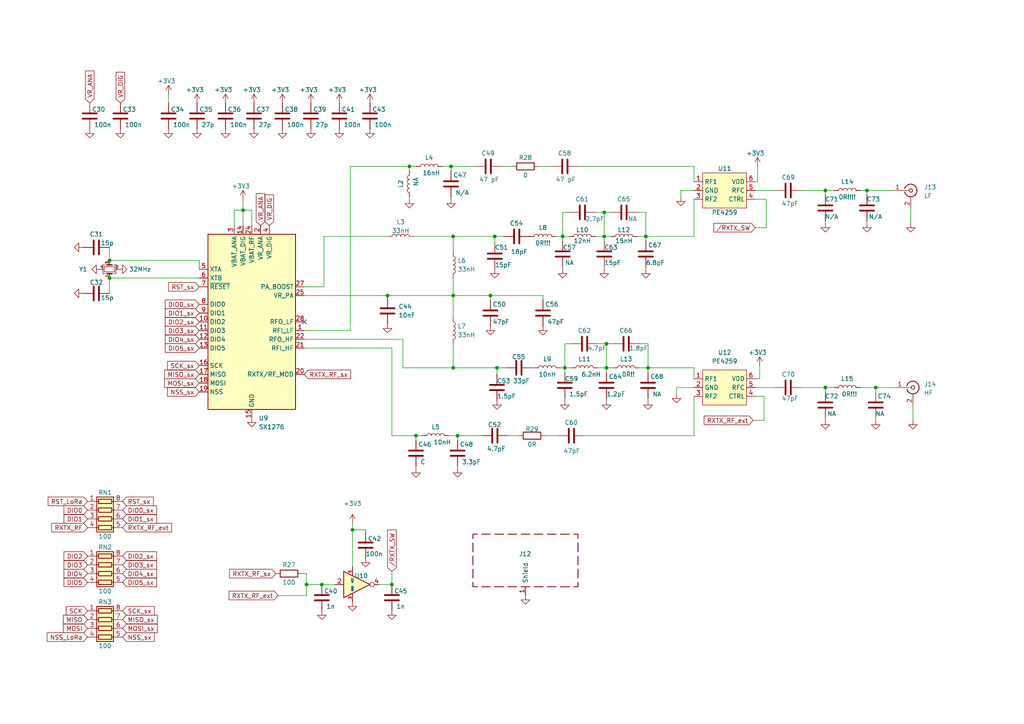
<source format=kicad_sch>
(kicad_sch (version 20211123) (generator eeschema)
  (paper "A4")
  (lib_symbols
    (symbol "74xGxx:NC7SVU04P5X"
      (property "Reference" "U" (at -2.54 5.08 0))
      (property "Value" "NC7SVU04P5X" (at 7.62 5.08 0))
      (symbol "NC7SVU04P5X_0_1"
        (polyline (pts (xy -2.54 3.81) (xy -2.54 -3.81) (xy 5.08 0) (xy -2.54 3.81)) (stroke (width 0.254)) (fill (type background)))
        (circle (center 5.715 0) (radius 0.635))
      )
      (symbol "NC7SVU04P5X_1_1"
        (pin no_connect line (at 5.08 0 180) (length 2.54) hide (name "NC") (number "1"))
        (pin input line (at -5.08 0 0) (length 2.54) (name "~") (number "2"))
        (pin power_in line (at 0 -5.08 90) (length 2.54) (name "GND") (number "3"))
        (pin output line (at 7.62 0 180) (length 1.27) (name "~") (number "4"))
        (pin power_in line (at 0 5.08 270) (length 2.54) (name "VCC") (number "5"))
      )
    )
    (symbol "Connector:Conn_Coaxial" (pin_names (offset 1.016) hide)
      (property "Reference" "J" (at 0.254 3.048 0))
      (property "Value" "Conn_Coaxial" (at 2.921 0 90))
      (symbol "Conn_Coaxial_0_1"
        (arc (start -1.778 -0.508) (mid 0.222 -1.808) (end 1.778 0) (stroke (width 0.254)))
        (polyline (pts (xy -2.54 0) (xy -0.508 0)))
        (polyline (pts (xy 0 -2.54) (xy 0 -1.778)))
        (circle (center 0 0) (radius 0.508) (stroke (width 0.2032)))
        (arc (start 1.778 0) (mid 0.222 1.8083) (end -1.778 0.508) (stroke (width 0.254)))
      )
      (symbol "Conn_Coaxial_1_1"
        (pin passive line (at -5.08 0 0) (length 2.54) (name "In") (number "1"))
        (pin passive line (at 0 -5.08 90) (length 2.54) (name "Ext") (number "2"))
      )
    )
    (symbol "Device:C" (pin_numbers hide) (pin_names (offset 0.254))
      (property "Reference" "C" (at 0.635 2.54 0))
      (property "Value" "C" (at 0.635 -2.54 0))
      (symbol "C_0_1"
        (polyline (pts (xy -2.032 -0.762) (xy 2.032 -0.762)) (stroke (width 0.508)))
        (polyline (pts (xy -2.032 0.762) (xy 2.032 0.762)) (stroke (width 0.508)))
      )
      (symbol "C_1_1"
        (pin passive line (at 0 3.81 270) (length 2.794) (name "~") (number "1"))
        (pin passive line (at 0 -3.81 90) (length 2.794) (name "~") (number "2"))
      )
    )
    (symbol "Device:Crystal_GND24_Small" (pin_names (offset 1.016) hide)
      (property "Reference" "Y" (at 1.27 4.445 0))
      (property "Value" "Crystal_GND24_Small" (at 1.27 2.54 0))
      (symbol "Crystal_GND24_Small_0_1"
        (rectangle (start -0.762 -1.524) (end 0.762 1.524))
        (polyline (pts (xy -1.27 -0.762) (xy -1.27 0.762)) (stroke (width 0.381)))
        (polyline (pts (xy 1.27 -0.762) (xy 1.27 0.762)) (stroke (width 0.381)))
        (polyline (pts (xy -1.27 -1.27) (xy -1.27 -1.905) (xy 1.27 -1.905) (xy 1.27 -1.27)))
        (polyline (pts (xy -1.27 1.27) (xy -1.27 1.905) (xy 1.27 1.905) (xy 1.27 1.27)))
      )
      (symbol "Crystal_GND24_Small_1_1"
        (pin passive line (at -2.54 0 0) (length 1.27) (name "1") (number "1"))
        (pin passive line (at 0 -2.54 90) (length 0.635) (name "2") (number "2"))
        (pin passive line (at 2.54 0 180) (length 1.27) (name "3") (number "3"))
        (pin passive line (at 0 2.54 270) (length 0.635) (name "4") (number "4"))
      )
    )
    (symbol "Device:L" (pin_numbers hide) (pin_names (offset 1.016) hide)
      (property "Reference" "L" (at -1.27 0 90))
      (property "Value" "L" (at 1.905 0 90))
      (symbol "L_0_1"
        (arc (start 0 -2.54) (mid 0.635 -1.905) (end 0 -1.27))
        (arc (start 0 -1.27) (mid 0.635 -0.635) (end 0 0))
        (arc (start 0 0) (mid 0.635 0.635) (end 0 1.27))
        (arc (start 0 1.27) (mid 0.635 1.905) (end 0 2.54))
      )
      (symbol "L_1_1"
        (pin passive line (at 0 3.81 270) (length 1.27) (name "1") (number "1"))
        (pin passive line (at 0 -3.81 90) (length 1.27) (name "2") (number "2"))
      )
    )
    (symbol "Device:R" (pin_numbers hide) (pin_names (offset 0))
      (property "Reference" "R" (at 2.032 0 90))
      (property "Value" "R" (at 0 0 90))
      (symbol "R_0_1"
        (rectangle (start -1.016 -2.54) (end 1.016 2.54) (stroke (width 0.254)))
      )
      (symbol "R_1_1"
        (pin passive line (at 0 3.81 270) (length 1.27) (name "~") (number "1"))
        (pin passive line (at 0 -3.81 90) (length 1.27) (name "~") (number "2"))
      )
    )
    (symbol "Device:RFShield_OnePiece" (pin_names (offset 1.016))
      (property "Reference" "J" (at 0 5.08 0))
      (property "Value" "RFShield_OnePiece" (at 0 2.54 0))
      (symbol "RFShield_OnePiece_0_1"
        (polyline (pts (xy -15.24 -5.08) (xy -15.24 -2.54)) (stroke (width 0.254)))
        (polyline (pts (xy -15.24 -1.27) (xy -15.24 1.27)) (stroke (width 0.254)))
        (polyline (pts (xy -15.24 2.54) (xy -15.24 5.08)) (stroke (width 0.254)))
        (polyline (pts (xy -12.7 7.62) (xy -10.16 7.62)) (stroke (width 0.254)))
        (polyline (pts (xy -10.16 -7.62) (xy -12.7 -7.62)) (stroke (width 0.254)))
        (polyline (pts (xy -6.35 -7.62) (xy -8.89 -7.62)) (stroke (width 0.254)))
        (polyline (pts (xy -6.35 7.62) (xy -8.89 7.62)) (stroke (width 0.254)))
        (polyline (pts (xy -2.54 -7.62) (xy -5.08 -7.62)) (stroke (width 0.254)))
        (polyline (pts (xy -2.54 7.62) (xy -5.08 7.62)) (stroke (width 0.254)))
        (polyline (pts (xy -1.27 -7.62) (xy 1.27 -7.62)) (stroke (width 0.254)))
        (polyline (pts (xy 1.27 7.62) (xy -1.27 7.62)) (stroke (width 0.254)))
        (polyline (pts (xy 2.54 -7.62) (xy 5.08 -7.62)) (stroke (width 0.254)))
        (polyline (pts (xy 5.08 7.62) (xy 2.54 7.62)) (stroke (width 0.254)))
        (polyline (pts (xy 6.35 -7.62) (xy 8.89 -7.62)) (stroke (width 0.254)))
        (polyline (pts (xy 8.89 7.62) (xy 6.35 7.62)) (stroke (width 0.254)))
        (polyline (pts (xy 10.16 -7.62) (xy 12.7 -7.62)) (stroke (width 0.254)))
        (polyline (pts (xy 12.7 7.62) (xy 10.16 7.62)) (stroke (width 0.254)))
        (polyline (pts (xy 15.24 -5.08) (xy 15.24 -2.54)) (stroke (width 0.254)))
        (polyline (pts (xy 15.24 -1.27) (xy 15.24 1.27)) (stroke (width 0.254)))
        (polyline (pts (xy 15.24 2.54) (xy 15.24 5.08)) (stroke (width 0.254)))
        (polyline (pts (xy -15.24 6.35) (xy -15.24 7.62) (xy -13.97 7.62)) (stroke (width 0.254)))
        (polyline (pts (xy -13.97 -7.62) (xy -15.24 -7.62) (xy -15.24 -6.35)) (stroke (width 0.254)))
        (polyline (pts (xy 13.97 -7.62) (xy 15.24 -7.62) (xy 15.24 -6.35)) (stroke (width 0.254)))
        (polyline (pts (xy 15.24 6.35) (xy 15.24 7.62) (xy 13.97 7.62)) (stroke (width 0.254)))
      )
      (symbol "RFShield_OnePiece_1_1"
        (pin passive line (at 0 -10.16 90) (length 2.54) (name "Shield") (number "1"))
      )
    )
    (symbol "Device:R_Pack04" (pin_names (offset 0) hide)
      (property "Reference" "RN" (at -7.62 0 90))
      (property "Value" "R_Pack04" (at 5.08 0 90))
      (symbol "R_Pack04_0_1"
        (rectangle (start -6.35 -2.413) (end 3.81 2.413) (stroke (width 0.254)) (fill (type background)))
        (rectangle (start -5.715 1.905) (end -4.445 -1.905) (stroke (width 0.254)))
        (rectangle (start -3.175 1.905) (end -1.905 -1.905) (stroke (width 0.254)))
        (rectangle (start -0.635 1.905) (end 0.635 -1.905) (stroke (width 0.254)))
        (polyline (pts (xy -5.08 -2.54) (xy -5.08 -1.905)))
        (polyline (pts (xy -5.08 1.905) (xy -5.08 2.54)))
        (polyline (pts (xy -2.54 -2.54) (xy -2.54 -1.905)))
        (polyline (pts (xy -2.54 1.905) (xy -2.54 2.54)))
        (polyline (pts (xy 0 -2.54) (xy 0 -1.905)))
        (polyline (pts (xy 0 1.905) (xy 0 2.54)))
        (polyline (pts (xy 2.54 -2.54) (xy 2.54 -1.905)))
        (polyline (pts (xy 2.54 1.905) (xy 2.54 2.54)))
        (rectangle (start 1.905 1.905) (end 3.175 -1.905) (stroke (width 0.254)))
      )
      (symbol "R_Pack04_1_1"
        (pin passive line (at -5.08 -5.08 90) (length 2.54) (name "R1.1") (number "1"))
        (pin passive line (at -2.54 -5.08 90) (length 2.54) (name "R2.1") (number "2"))
        (pin passive line (at 0 -5.08 90) (length 2.54) (name "R3.1") (number "3"))
        (pin passive line (at 2.54 -5.08 90) (length 2.54) (name "R4.1") (number "4"))
        (pin passive line (at 2.54 5.08 270) (length 2.54) (name "R4.2") (number "5"))
        (pin passive line (at 0 5.08 270) (length 2.54) (name "R3.2") (number "6"))
        (pin passive line (at -2.54 5.08 270) (length 2.54) (name "R2.2") (number "7"))
        (pin passive line (at -5.08 5.08 270) (length 2.54) (name "R1.2") (number "8"))
      )
    )
    (symbol "PeregrineSemi:PE4259"
      (property "Reference" "U" (at 0 6.35 0))
      (property "Value" "PE4259" (at 0 -6.35 0))
      (symbol "PE4259_0_1"
        (rectangle (start -6.35 5.08) (end 6.35 -5.08) (fill (type background)))
      )
      (symbol "PE4259_1_1"
        (pin input line (at -8.89 2.54 0) (length 2.54) (name "RF1") (number "1"))
        (pin input line (at -8.89 0 0) (length 2.54) (name "GND") (number "2"))
        (pin input line (at -8.89 -2.54 0) (length 2.54) (name "RF2") (number "3"))
        (pin input line (at 8.89 -2.54 180) (length 2.54) (name "CTRL") (number "4"))
        (pin input line (at 8.89 0 180) (length 2.54) (name "RFC") (number "5"))
        (pin input line (at 8.89 2.54 180) (length 2.54) (name "VDD") (number "6"))
      )
    )
    (symbol "RF:SX1276"
      (property "Reference" "U" (at 13.97 24.13 0))
      (property "Value" "SX1276" (at 13.97 21.59 0))
      (symbol "SX1276_0_1"
        (rectangle (start -12.7 25.4) (end 12.7 -25.4) (stroke (width 0.254)) (fill (type background)))
      )
      (symbol "SX1276_1_1"
        (pin input line (at 15.24 -2.54 180) (length 2.54) (name "RFI_LF") (number "1"))
        (pin bidirectional line (at -15.24 0 0) (length 2.54) (name "DIO2") (number "10"))
        (pin bidirectional line (at -15.24 -2.54 0) (length 2.54) (name "DIO3") (number "11"))
        (pin bidirectional line (at -15.24 -5.08 0) (length 2.54) (name "DIO4") (number "12"))
        (pin bidirectional line (at -15.24 -7.62 0) (length 2.54) (name "DIO5") (number "13"))
        (pin power_in line (at -2.54 27.94 270) (length 2.54) (name "VBAT_DIG") (number "14"))
        (pin power_in line (at 0 -27.94 90) (length 2.54) (name "GND") (number "15"))
        (pin input line (at -15.24 -12.7 0) (length 2.54) (name "SCK") (number "16"))
        (pin output line (at -15.24 -15.24 0) (length 2.54) (name "MISO") (number "17"))
        (pin input line (at -15.24 -17.78 0) (length 2.54) (name "MOSI") (number "18"))
        (pin input line (at -15.24 -20.32 0) (length 2.54) (name "NSS") (number "19"))
        (pin power_in line (at 2.54 27.94 270) (length 2.54) (name "VR_ANA") (number "2"))
        (pin output line (at 15.24 -15.24 180) (length 2.54) (name "RXTX/RF_MOD") (number "20"))
        (pin input line (at 15.24 -7.62 180) (length 2.54) (name "RFI_HF") (number "21"))
        (pin output line (at 15.24 -5.08 180) (length 2.54) (name "RFO_HF") (number "22"))
        (pin passive line (at 0 -27.94 90) (length 2.54) hide (name "GND") (number "23"))
        (pin power_in line (at 0 27.94 270) (length 2.54) (name "VBAT_RF") (number "24"))
        (pin power_out line (at 15.24 7.62 180) (length 2.54) (name "VR_PA") (number "25"))
        (pin passive line (at 0 -27.94 90) (length 2.54) hide (name "GND") (number "26"))
        (pin power_out line (at 15.24 10.16 180) (length 2.54) (name "PA_BOOST") (number "27"))
        (pin output line (at 15.24 0 180) (length 2.54) (name "RFO_LF") (number "28"))
        (pin passive line (at 0 -27.94 90) (length 2.54) hide (name "GND") (number "29"))
        (pin power_in line (at -5.08 27.94 270) (length 2.54) (name "VBAT_ANA") (number "3"))
        (pin power_in line (at 5.08 27.94 270) (length 2.54) (name "VR_DIG") (number "4"))
        (pin bidirectional line (at -15.24 15.24 0) (length 2.54) (name "XTA") (number "5"))
        (pin bidirectional line (at -15.24 12.7 0) (length 2.54) (name "XTB") (number "6"))
        (pin input line (at -15.24 10.16 0) (length 2.54) (name "~{RESET}") (number "7"))
        (pin bidirectional line (at -15.24 5.08 0) (length 2.54) (name "DIO0") (number "8"))
        (pin bidirectional line (at -15.24 2.54 0) (length 2.54) (name "DIO1") (number "9"))
      )
    )
    (symbol "power:+3.3V" (power) (pin_names (offset 0))
      (property "Value" "+3.3V" (at 0 3.556 0))
      (symbol "+3.3V_0_1"
        (polyline (pts (xy -0.762 1.27) (xy 0 2.54)))
        (polyline (pts (xy 0 0) (xy 0 2.54)))
        (polyline (pts (xy 0 2.54) (xy 0.762 1.27)))
      )
      (symbol "+3.3V_1_1"
        (pin power_in line (at 0 0 90) (length 0) hide (name "+3V3") (number "1"))
      )
    )
    (symbol "power:GND" (power) (pin_names (offset 0))
      (property "Value" "GND" (at 0 -3.81 0))
      (symbol "GND_0_1"
        (polyline (pts (xy 0 0) (xy 0 -1.27) (xy 1.27 -1.27) (xy 0 -2.54) (xy -1.27 -1.27) (xy 0 -1.27)))
      )
      (symbol "GND_1_1"
        (pin power_in line (at 0 0 270) (length 0) hide (name "GND") (number "1"))
      )
    )
  )
  (junction (at 187.325 68.58))
  (junction (at 88.9 169.545))
  (junction (at 102.235 153.67))
  (junction (at 239.395 112.395))
  (junction (at 131.445 68.58))
  (junction (at 175.26 61.595))
  (junction (at 131.445 85.725))
  (junction (at 132.715 126.365))
  (junction (at 143.51 68.58))
  (junction (at 113.665 169.545))
  (junction (at 31.75 80.645))
  (junction (at 131.445 106.68))
  (junction (at 70.485 60.96))
  (junction (at 120.65 126.365))
  (junction (at 163.195 68.58))
  (junction (at 93.345 169.545))
  (junction (at 142.24 85.725))
  (junction (at 130.81 48.26))
  (junction (at 163.83 106.68))
  (junction (at 31.75 75.565))
  (junction (at 254 112.395))
  (junction (at 144.145 106.68))
  (junction (at 175.26 68.58))
  (junction (at 118.745 48.26))
  (junction (at 251.46 55.245))
  (junction (at 112.395 85.725))
  (junction (at 175.895 99.695))
  (junction (at 175.895 106.68))
  (junction (at 239.395 55.245))
  (junction (at 187.96 106.68))
  (no_connect (at 88.265 93.345))
  (wire (pts (xy 70.485 60.96) (xy 70.485 65.405)))
  (wire (pts (xy 201.295 68.58) (xy 187.325 68.58)))
  (wire (pts (xy 219.075 55.245) (xy 224.79 55.245)))
  (wire (pts (xy 132.715 126.365) (xy 139.7 126.365)))
  (wire (pts (xy 106.045 153.67) (xy 102.235 153.67)))
  (wire (pts (xy 241.935 55.245) (xy 239.395 55.245)))
  (wire (pts (xy 239.395 55.245) (xy 239.395 56.515)))
  (wire (pts (xy 173.355 99.695) (xy 175.895 99.695)))
  (wire (pts (xy 201.295 112.395) (xy 196.215 112.395)))
  (wire (pts (xy 219.075 66.04) (xy 222.25 66.04)))
  (wire (pts (xy 163.83 106.68) (xy 165.735 106.68)))
  (wire (pts (xy 172.72 61.595) (xy 175.26 61.595)))
  (wire (pts (xy 219.075 112.395) (xy 224.79 112.395)))
  (wire (pts (xy 131.445 68.58) (xy 143.51 68.58)))
  (wire (pts (xy 187.325 68.58) (xy 187.325 69.85)))
  (wire (pts (xy 187.325 77.47) (xy 187.325 78.105)))
  (wire (pts (xy 131.445 68.58) (xy 131.445 73.025)))
  (wire (pts (xy 101.6 48.26) (xy 118.745 48.26)))
  (wire (pts (xy 187.325 68.58) (xy 184.785 68.58)))
  (wire (pts (xy 48.895 27.305) (xy 48.895 29.845)))
  (wire (pts (xy 109.855 169.545) (xy 113.665 169.545)))
  (wire (pts (xy 177.8 99.695) (xy 175.895 99.695)))
  (wire (pts (xy 112.395 85.725) (xy 131.445 85.725)))
  (wire (pts (xy 106.045 154.305) (xy 106.045 153.67)))
  (wire (pts (xy 219.075 57.785) (xy 222.25 57.785)))
  (wire (pts (xy 254 112.395) (xy 259.715 112.395)))
  (wire (pts (xy 131.445 80.645) (xy 131.445 85.725)))
  (wire (pts (xy 251.46 55.245) (xy 259.08 55.245)))
  (wire (pts (xy 142.24 85.725) (xy 142.24 86.995)))
  (wire (pts (xy 88.265 100.965) (xy 113.665 100.965)))
  (wire (pts (xy 249.555 112.395) (xy 254 112.395)))
  (wire (pts (xy 201.295 52.705) (xy 201.295 48.26)))
  (wire (pts (xy 175.26 68.58) (xy 177.165 68.58)))
  (wire (pts (xy 57.785 75.565) (xy 57.785 78.105)))
  (wire (pts (xy 120.65 126.365) (xy 122.555 126.365)))
  (wire (pts (xy 251.46 55.245) (xy 251.46 56.515)))
  (wire (pts (xy 102.235 153.67) (xy 102.235 164.465)))
  (wire (pts (xy 241.935 112.395) (xy 239.395 112.395)))
  (wire (pts (xy 131.445 106.68) (xy 144.145 106.68)))
  (wire (pts (xy 88.265 85.725) (xy 112.395 85.725)))
  (wire (pts (xy 142.24 85.725) (xy 157.48 85.725)))
  (wire (pts (xy 165.735 99.695) (xy 163.83 99.695)))
  (wire (pts (xy 165.1 61.595) (xy 163.195 61.595)))
  (wire (pts (xy 219.075 114.935) (xy 221.615 114.935)))
  (wire (pts (xy 162.56 106.68) (xy 163.83 106.68)))
  (wire (pts (xy 201.295 126.365) (xy 201.295 114.935)))
  (wire (pts (xy 222.25 57.785) (xy 222.25 66.04)))
  (wire (pts (xy 118.745 48.26) (xy 120.65 48.26)))
  (wire (pts (xy 130.81 48.26) (xy 137.795 48.26)))
  (wire (pts (xy 73.025 60.96) (xy 70.485 60.96)))
  (wire (pts (xy 175.26 61.595) (xy 175.26 68.58)))
  (wire (pts (xy 196.215 112.395) (xy 196.215 114.3)))
  (wire (pts (xy 175.895 99.695) (xy 175.895 106.68)))
  (wire (pts (xy 128.27 48.26) (xy 130.81 48.26)))
  (wire (pts (xy 145.415 48.26) (xy 148.59 48.26)))
  (wire (pts (xy 88.265 95.885) (xy 101.6 95.885)))
  (wire (pts (xy 254 121.285) (xy 254 121.92)))
  (wire (pts (xy 88.9 166.37) (xy 88.9 169.545)))
  (wire (pts (xy 88.9 169.545) (xy 88.9 172.72)))
  (wire (pts (xy 73.025 65.405) (xy 73.025 60.96)))
  (wire (pts (xy 143.51 68.58) (xy 146.05 68.58)))
  (wire (pts (xy 130.81 57.15) (xy 130.81 57.785)))
  (wire (pts (xy 130.175 126.365) (xy 132.715 126.365)))
  (wire (pts (xy 31.75 71.755) (xy 31.75 75.565)))
  (wire (pts (xy 131.445 92.075) (xy 131.445 85.725)))
  (wire (pts (xy 264.795 117.475) (xy 264.795 121.92)))
  (wire (pts (xy 93.345 169.545) (xy 97.155 169.545)))
  (wire (pts (xy 184.785 61.595) (xy 187.325 61.595)))
  (wire (pts (xy 163.195 68.58) (xy 163.195 69.85)))
  (wire (pts (xy 201.295 55.245) (xy 197.485 55.245)))
  (wire (pts (xy 132.715 135.255) (xy 132.715 135.89)))
  (wire (pts (xy 175.26 68.58) (xy 175.26 69.85)))
  (wire (pts (xy 88.9 169.545) (xy 93.345 169.545)))
  (wire (pts (xy 201.295 48.26) (xy 167.64 48.26)))
  (wire (pts (xy 177.165 61.595) (xy 175.26 61.595)))
  (wire (pts (xy 143.51 68.58) (xy 143.51 70.485)))
  (wire (pts (xy 197.485 55.245) (xy 197.485 57.15)))
  (wire (pts (xy 120.65 135.255) (xy 120.65 135.89)))
  (wire (pts (xy 221.615 121.92) (xy 218.44 121.92)))
  (wire (pts (xy 239.395 121.285) (xy 239.395 121.92)))
  (wire (pts (xy 239.395 112.395) (xy 232.41 112.395)))
  (wire (pts (xy 219.075 109.855) (xy 220.345 109.855)))
  (wire (pts (xy 239.395 55.245) (xy 232.41 55.245)))
  (wire (pts (xy 187.96 106.68) (xy 187.96 107.95)))
  (wire (pts (xy 172.72 68.58) (xy 175.26 68.58)))
  (wire (pts (xy 163.83 106.68) (xy 163.83 107.95)))
  (wire (pts (xy 221.615 114.935) (xy 221.615 121.92)))
  (wire (pts (xy 175.895 106.68) (xy 175.895 107.95)))
  (wire (pts (xy 131.445 99.695) (xy 131.445 106.68)))
  (wire (pts (xy 93.98 83.185) (xy 93.98 68.58)))
  (wire (pts (xy 93.98 68.58) (xy 112.395 68.58)))
  (wire (pts (xy 163.195 61.595) (xy 163.195 68.58)))
  (wire (pts (xy 163.195 68.58) (xy 165.1 68.58)))
  (wire (pts (xy 187.96 106.68) (xy 185.42 106.68)))
  (wire (pts (xy 120.65 126.365) (xy 120.65 127.635)))
  (wire (pts (xy 239.395 64.135) (xy 239.395 64.77)))
  (wire (pts (xy 163.83 115.57) (xy 163.83 116.205)))
  (wire (pts (xy 239.395 112.395) (xy 239.395 113.665)))
  (wire (pts (xy 102.235 151.765) (xy 102.235 153.67)))
  (wire (pts (xy 80.645 172.72) (xy 88.9 172.72)))
  (wire (pts (xy 251.46 64.135) (xy 251.46 64.77)))
  (wire (pts (xy 113.665 165.735) (xy 113.665 169.545)))
  (wire (pts (xy 201.295 109.855) (xy 201.295 106.68)))
  (wire (pts (xy 116.84 98.425) (xy 116.84 106.68)))
  (wire (pts (xy 120.015 68.58) (xy 131.445 68.58)))
  (wire (pts (xy 175.895 115.57) (xy 175.895 116.205)))
  (wire (pts (xy 201.295 57.785) (xy 201.295 68.58)))
  (wire (pts (xy 187.96 99.695) (xy 187.96 106.68)))
  (wire (pts (xy 163.83 99.695) (xy 163.83 106.68)))
  (wire (pts (xy 31.75 75.565) (xy 57.785 75.565)))
  (wire (pts (xy 219.71 52.705) (xy 219.075 52.705)))
  (wire (pts (xy 67.945 60.96) (xy 70.485 60.96)))
  (wire (pts (xy 187.96 115.57) (xy 187.96 116.205)))
  (wire (pts (xy 88.265 83.185) (xy 93.98 83.185)))
  (wire (pts (xy 158.115 126.365) (xy 161.925 126.365)))
  (wire (pts (xy 175.895 106.68) (xy 177.8 106.68)))
  (wire (pts (xy 118.745 48.26) (xy 118.745 49.53)))
  (wire (pts (xy 201.295 106.68) (xy 187.96 106.68)))
  (wire (pts (xy 113.665 100.965) (xy 113.665 126.365)))
  (wire (pts (xy 175.26 77.47) (xy 175.26 78.105)))
  (wire (pts (xy 220.345 109.855) (xy 220.345 106.045)))
  (wire (pts (xy 31.75 80.645) (xy 31.75 85.09)))
  (wire (pts (xy 101.6 48.26) (xy 101.6 95.885)))
  (wire (pts (xy 113.665 126.365) (xy 120.65 126.365)))
  (wire (pts (xy 249.555 55.245) (xy 251.46 55.245)))
  (wire (pts (xy 88.265 98.425) (xy 116.84 98.425)))
  (wire (pts (xy 156.21 48.26) (xy 160.02 48.26)))
  (wire (pts (xy 163.195 77.47) (xy 163.195 78.105)))
  (wire (pts (xy 157.48 85.725) (xy 157.48 86.995)))
  (wire (pts (xy 144.145 106.68) (xy 146.685 106.68)))
  (wire (pts (xy 264.16 60.325) (xy 264.16 64.77)))
  (wire (pts (xy 116.84 106.68) (xy 131.445 106.68)))
  (wire (pts (xy 154.94 106.68) (xy 154.305 106.68)))
  (wire (pts (xy 185.42 99.695) (xy 187.96 99.695)))
  (wire (pts (xy 254 112.395) (xy 254 113.665)))
  (wire (pts (xy 130.81 48.26) (xy 130.81 49.53)))
  (wire (pts (xy 112.395 85.725) (xy 112.395 86.36)))
  (wire (pts (xy 131.445 85.725) (xy 142.24 85.725)))
  (wire (pts (xy 132.715 126.365) (xy 132.715 127.635)))
  (wire (pts (xy 147.32 126.365) (xy 150.495 126.365)))
  (wire (pts (xy 70.485 57.785) (xy 70.485 60.96)))
  (wire (pts (xy 173.355 106.68) (xy 175.895 106.68)))
  (wire (pts (xy 67.945 65.405) (xy 67.945 60.96)))
  (wire (pts (xy 144.145 106.68) (xy 144.145 108.585)))
  (wire (pts (xy 118.745 57.15) (xy 118.745 57.785)))
  (wire (pts (xy 87.63 166.37) (xy 88.9 166.37)))
  (wire (pts (xy 31.75 80.645) (xy 57.785 80.645)))
  (wire (pts (xy 219.71 48.26) (xy 219.71 52.705)))
  (wire (pts (xy 161.29 68.58) (xy 163.195 68.58)))
  (wire (pts (xy 169.545 126.365) (xy 201.295 126.365)))
  (wire (pts (xy 187.325 61.595) (xy 187.325 68.58)))
  (global_label "DIO5_sx" (shape input) (at 35.56 168.91 0) (property "Intersheet References" "${INTERSHEET_REFS}" (effects hide)))
  (global_label "RXTX_RF_sx" (shape input) (at 80.01 166.37 180) (property "Intersheet References" "${INTERSHEET_REFS}" (effects hide)))
  (global_label "DIO1" (shape input) (at 25.4 150.495 180) (property "Intersheet References" "${INTERSHEET_REFS}" (effects hide)))
  (global_label "MISO_sx" (shape input) (at 57.785 108.585 180) (property "Intersheet References" "${INTERSHEET_REFS}" (effects hide)))
  (global_label "DIO0_sx" (shape input) (at 57.785 88.265 180) (property "Intersheet References" "${INTERSHEET_REFS}" (effects hide)))
  (global_label "DIO4_sx" (shape input) (at 35.56 166.37 0) (property "Intersheet References" "${INTERSHEET_REFS}" (effects hide)))
  (global_label "DIO1_sx" (shape input) (at 35.56 150.495 0) (property "Intersheet References" "${INTERSHEET_REFS}" (effects hide)))
  (global_label "RST_sx" (shape input) (at 35.56 145.415 0) (property "Intersheet References" "${INTERSHEET_REFS}" (effects hide)))
  (global_label "DIO0" (shape input) (at 25.4 147.955 180) (property "Intersheet References" "${INTERSHEET_REFS}" (effects hide)))
  (global_label "NSS_LoRa" (shape input) (at 25.4 184.785 180) (property "Intersheet References" "${INTERSHEET_REFS}" (effects hide)))
  (global_label "DIO4" (shape input) (at 25.4 166.37 180) (property "Intersheet References" "${INTERSHEET_REFS}" (effects hide)))
  (global_label "MISO" (shape input) (at 25.4 179.705 180) (property "Intersheet References" "${INTERSHEET_REFS}" (effects hide)))
  (global_label "MOSI_sx" (shape input) (at 57.785 111.125 180) (property "Intersheet References" "${INTERSHEET_REFS}" (effects hide)))
  (global_label "MISO_sx" (shape input) (at 35.56 179.705 0) (property "Intersheet References" "${INTERSHEET_REFS}" (effects hide)))
  (global_label "RXTX_RF_ext" (shape input) (at 35.56 153.035 0) (property "Intersheet References" "${INTERSHEET_REFS}" (effects hide)))
  (global_label "SCK_sx" (shape input) (at 35.56 177.165 0) (property "Intersheet References" "${INTERSHEET_REFS}" (effects hide)))
  (global_label "DIO4_sx" (shape input) (at 57.785 98.425 180) (property "Intersheet References" "${INTERSHEET_REFS}" (effects hide)))
  (global_label "DIO3_sx" (shape input) (at 35.56 163.83 0) (property "Intersheet References" "${INTERSHEET_REFS}" (effects hide)))
  (global_label "SCK" (shape input) (at 25.4 177.165 180) (property "Intersheet References" "${INTERSHEET_REFS}" (effects hide)))
  (global_label "DIO5" (shape input) (at 25.4 168.91 180) (property "Intersheet References" "${INTERSHEET_REFS}" (effects hide)))
  (global_label "RXTX_RF_sx" (shape input) (at 88.265 108.585 0) (property "Intersheet References" "${INTERSHEET_REFS}" (effects hide)))
  (global_label "RXTX_RF_ext" (shape input) (at 80.645 172.72 180) (property "Intersheet References" "${INTERSHEET_REFS}" (effects hide)))
  (global_label "DIO5_sx" (shape input) (at 57.785 100.965 180) (property "Intersheet References" "${INTERSHEET_REFS}" (effects hide)))
  (global_label "DIO2" (shape input) (at 25.4 161.29 180) (property "Intersheet References" "${INTERSHEET_REFS}" (effects hide)))
  (global_label "VR_ANA" (shape input) (at 75.565 65.405 90) (property "Intersheet References" "${INTERSHEET_REFS}" (effects hide)))
  (global_label "RXTX_RF" (shape input) (at 25.4 153.035 180) (property "Intersheet References" "${INTERSHEET_REFS}" (effects hide)))
  (global_label "DIO2_sx" (shape input) (at 35.56 161.29 0) (property "Intersheet References" "${INTERSHEET_REFS}" (effects hide)))
  (global_label "DIO0_sx" (shape input) (at 35.56 147.955 0) (property "Intersheet References" "${INTERSHEET_REFS}" (effects hide)))
  (global_label "DIO1_sx" (shape input) (at 57.785 90.805 180) (property "Intersheet References" "${INTERSHEET_REFS}" (effects hide)))
  (global_label "NSS_sx" (shape input) (at 35.56 184.785 0) (property "Intersheet References" "${INTERSHEET_REFS}" (effects hide)))
  (global_label "NSS_sx" (shape input) (at 57.785 113.665 180) (property "Intersheet References" "${INTERSHEET_REFS}" (effects hide)))
  (global_label "DIO3" (shape input) (at 25.4 163.83 180) (property "Intersheet References" "${INTERSHEET_REFS}" (effects hide)))
  (global_label "MOSI_sx" (shape input) (at 35.56 182.245 0) (property "Intersheet References" "${INTERSHEET_REFS}" (effects hide)))
  (global_label "RST_sx" (shape input) (at 57.785 83.185 180) (property "Intersheet References" "${INTERSHEET_REFS}" (effects hide)))
  (global_label "SCK_sx" (shape input) (at 57.785 106.045 180) (property "Intersheet References" "${INTERSHEET_REFS}" (effects hide)))
  (global_label "RXTX_RF_ext" (shape input) (at 218.44 121.92 180) (property "Intersheet References" "${INTERSHEET_REFS}" (effects hide)))
  (global_label "{slash}RXTX_SW" (shape input) (at 113.665 165.735 90) (property "Intersheet References" "${INTERSHEET_REFS}" (effects hide)))
  (global_label "VR_ANA" (shape input) (at 26.035 29.845 90) (property "Intersheet References" "${INTERSHEET_REFS}" (effects hide)))
  (global_label "VR_DIG" (shape input) (at 34.925 29.845 90) (property "Intersheet References" "${INTERSHEET_REFS}" (effects hide)))
  (global_label "DIO3_sx" (shape input) (at 57.785 95.885 180) (property "Intersheet References" "${INTERSHEET_REFS}" (effects hide)))
  (global_label "RST_LoRa" (shape input) (at 25.4 145.415 180) (property "Intersheet References" "${INTERSHEET_REFS}" (effects hide)))
  (global_label "VR_DIG" (shape input) (at 78.105 65.405 90) (property "Intersheet References" "${INTERSHEET_REFS}" (effects hide)))
  (global_label "MOSI" (shape input) (at 25.4 182.245 180) (property "Intersheet References" "${INTERSHEET_REFS}" (effects hide)))
  (global_label "DIO2_sx" (shape input) (at 57.785 93.345 180) (property "Intersheet References" "${INTERSHEET_REFS}" (effects hide)))
  (global_label "{slash}RXTX_SW" (shape input) (at 219.075 66.04 180) (property "Intersheet References" "${INTERSHEET_REFS}" (effects hide)))
  (symbol (lib_id "Device:C") (at 150.495 106.68 90) (unit 1)
    (property "Reference" "C55" (at 152.4 103.505 90) (effects (justify left)))
    (property "Value" "33pF" (at 153.67 110.49 90) (effects (justify left)))
    (property "Footprint" "Capacitor_SMD:C_0402_1005Metric" (effects hide))
  )
  (symbol (lib_id "power:GND") (at 251.46 64.77 0) (mirror y) (unit 1)
    (property "Reference" "#PWR0119" (effects hide))
    (property "Value" "GND" (effects hide))
  )
  (symbol (lib_id "Device:L") (at 169.545 106.68 90) (unit 1)
    (property "Reference" "L11" (at 169.545 104.14 90))
    (property "Value" "6.2nH" (at 171.45 108.585 90))
    (property "Footprint" "Inductor_SMD:L_0402_1005Metric" (effects hide))
  )
  (symbol (lib_id "Device:C") (at 143.51 74.295 0) (unit 1)
    (property "Reference" "C51" (at 143.51 71.755 0) (effects (justify left)))
    (property "Value" "15pF" (at 143.51 76.835 0) (effects (justify left)))
    (property "Footprint" "Capacitor_SMD:C_0402_1005Metric" (effects hide))
  )
  (symbol (lib_id "RF:SX1276") (at 73.025 93.345 0) (unit 1)
    (property "Reference" "U9" (at 75.0444 121.285 0) (effects (justify left)))
    (property "Value" "SX1276" (at 75.0444 123.825 0) (effects (justify left)))
    (property "Footprint" "Package_DFN_QFN:QFN-28-1EP_6x6mm_P0.65mm_EP4.8x4.8mm" (effects hide))
    (property "Datasheet" "https://semtech.my.salesforce.com/sfc/p/#E0000000JelG/a/2R0000001Rbr/6EfVZUorrpoKFfvaF_Fkpgp5kzjiNyiAbqcpqh9qSjE" (effects hide))
  )
  (symbol (lib_id "power:GND") (at 106.045 161.925 0) (unit 1)
    (property "Reference" "#PWR093" (effects hide))
    (property "Value" "GND" (effects hide))
  )
  (symbol (lib_id "Device:L") (at 118.745 53.34 180) (unit 1)
    (property "Reference" "L2" (at 116.205 53.34 90))
    (property "Value" "NA" (at 120.65 52.705 90))
    (property "Footprint" "Inductor_SMD:L_0402_1005Metric" (effects hide))
  )
  (symbol (lib_id "Device:C") (at 239.395 117.475 0) (mirror y) (unit 1)
    (property "Reference" "C72" (at 243.205 114.935 0) (effects (justify left)))
    (property "Value" "NA" (at 242.57 120.015 0) (effects (justify left)))
    (property "Footprint" "Capacitor_SMD:C_0402_1005Metric" (effects hide))
  )
  (symbol (lib_id "Device:C") (at 120.65 131.445 0) (unit 1)
    (property "Reference" "C46" (at 121.285 128.905 0) (effects (justify left)))
    (property "Value" "C" (at 121.92 133.985 0) (effects (justify left)))
    (property "Footprint" "Capacitor_SMD:C_0402_1005Metric" (effects hide))
  )
  (symbol (lib_id "Device:R") (at 154.305 126.365 90) (unit 1)
    (property "Reference" "R29" (at 154.305 124.46 90))
    (property "Value" "0R" (at 154.305 128.905 90))
    (property "Footprint" "Resistor_SMD:R_0201_0603Metric_Pad0.64x0.40mm_HandSolder" (effects hide))
  )
  (symbol (lib_id "power:GND") (at 34.29 78.105 90) (unit 1)
    (property "Reference" "#PWR072" (effects hide))
    (property "Value" "GND" (effects hide))
  )
  (symbol (lib_id "Device:L") (at 126.365 126.365 90) (unit 1)
    (property "Reference" "L5" (at 126.365 123.825 90))
    (property "Value" "10nH" (at 128.27 128.27 90))
    (property "Footprint" "Inductor_SMD:L_0402_1005Metric" (effects hide))
  )
  (symbol (lib_id "power:GND") (at 187.96 116.205 0) (unit 1)
    (property "Reference" "#PWR0112" (effects hide))
    (property "Value" "GND" (effects hide))
  )
  (symbol (lib_id "power:GND") (at 239.395 64.77 0) (mirror y) (unit 1)
    (property "Reference" "#PWR0117" (effects hide))
    (property "Value" "GND" (effects hide))
  )
  (symbol (lib_id "Device:L") (at 180.975 68.58 90) (unit 1)
    (property "Reference" "L12" (at 180.975 66.675 90))
    (property "Value" "15nH" (at 180.975 69.85 90))
    (property "Footprint" "Inductor_SMD:L_0402_1005Metric" (effects hide))
  )
  (symbol (lib_id "Device:C") (at 48.895 33.655 0) (unit 1)
    (property "Reference" "C34" (at 49.53 31.75 0) (effects (justify left)))
    (property "Value" "100n" (at 50.165 36.195 0) (effects (justify left)))
    (property "Footprint" "Capacitor_SMD:C_0402_1005Metric" (effects hide))
  )
  (symbol (lib_id "power:GND") (at 239.395 121.92 0) (mirror y) (unit 1)
    (property "Reference" "#PWR0118" (effects hide))
    (property "Value" "GND" (effects hide))
  )
  (symbol (lib_id "Device:C") (at 113.665 173.355 0) (unit 1)
    (property "Reference" "C45" (at 114.3 171.45 0) (effects (justify left)))
    (property "Value" "1n" (at 114.935 175.895 0) (effects (justify left)))
    (property "Footprint" "Capacitor_SMD:C_0402_1005Metric" (effects hide))
  )
  (symbol (lib_id "power:GND") (at 144.145 116.205 0) (unit 1)
    (property "Reference" "#PWR0104" (effects hide))
    (property "Value" "GND" (effects hide))
  )
  (symbol (lib_id "Device:C") (at 130.81 53.34 0) (unit 1)
    (property "Reference" "C47" (at 131.445 50.8 0) (effects (justify left)))
    (property "Value" "N/A" (at 132.08 55.88 0) (effects (justify left)))
    (property "Footprint" "Capacitor_SMD:C_0402_1005Metric" (effects hide))
  )
  (symbol (lib_id "Device:L") (at 245.745 55.245 270) (mirror x) (unit 1)
    (property "Reference" "L14" (at 245.745 52.705 90))
    (property "Value" "0R!!!!" (at 245.745 57.15 90))
    (property "Footprint" "Inductor_SMD:L_0402_1005Metric" (effects hide))
  )
  (symbol (lib_id "Device:C") (at 107.315 33.655 0) (unit 1)
    (property "Reference" "C43" (at 107.95 31.75 0) (effects (justify left)))
    (property "Value" "100n" (at 108.585 36.195 0) (effects (justify left)))
    (property "Footprint" "Capacitor_SMD:C_0402_1005Metric" (effects hide))
  )
  (symbol (lib_id "Device:C") (at 187.325 73.66 0) (unit 1)
    (property "Reference" "C67" (at 187.96 71.12 0) (effects (justify left)))
    (property "Value" "6.8pF" (at 187.325 76.2 0) (effects (justify left)))
    (property "Footprint" "Capacitor_SMD:C_0402_1005Metric" (effects hide))
  )
  (symbol (lib_id "Device:C") (at 180.975 61.595 90) (unit 1)
    (property "Reference" "C65" (at 182.88 57.785 90) (effects (justify left)))
    (property "Value" "NA" (at 184.785 63.5 90) (effects (justify left)))
    (property "Footprint" "Capacitor_SMD:C_0402_1005Metric" (effects hide))
  )
  (symbol (lib_id "Device:C") (at 26.035 33.655 0) (unit 1)
    (property "Reference" "C30" (at 26.67 31.75 0) (effects (justify left)))
    (property "Value" "100n" (at 27.305 36.195 0) (effects (justify left)))
    (property "Footprint" "Capacitor_SMD:C_0402_1005Metric" (effects hide))
  )
  (symbol (lib_id "power:+3.3V") (at 219.71 48.26 0) (unit 1)
    (property "Reference" "#PWR0115" (effects hide))
    (property "Value" "+3.3V" (at 219.075 44.45 0))
  )
  (symbol (lib_id "power:GND") (at 57.15 37.465 0) (unit 1)
    (property "Reference" "#PWR077" (effects hide))
    (property "Value" "GND" (effects hide))
  )
  (symbol (lib_id "power:+3.3V") (at 48.895 27.305 0) (unit 1)
    (property "Reference" "#PWR074" (effects hide))
    (property "Value" "+3.3V" (at 48.26 23.495 0))
  )
  (symbol (lib_id "Device:R_Pack04") (at 30.48 166.37 270) (unit 1)
    (property "Reference" "RN2" (at 30.48 158.75 90))
    (property "Value" "100" (at 30.48 171.45 90))
    (property "Footprint" "Resistor_SMD:R_Array_Convex_4x1206" (effects hide))
  )
  (symbol (lib_id "Device:C") (at 73.66 33.655 0) (unit 1)
    (property "Reference" "C37" (at 74.295 31.75 0) (effects (justify left)))
    (property "Value" "27p" (at 74.93 36.195 0) (effects (justify left)))
    (property "Footprint" "Capacitor_SMD:C_0402_1005Metric" (effects hide))
  )
  (symbol (lib_id "Device:C") (at 144.145 112.395 0) (unit 1)
    (property "Reference" "C53" (at 144.145 110.49 0) (effects (justify left)))
    (property "Value" "1.5pF" (at 144.145 114.935 0) (effects (justify left)))
    (property "Footprint" "Capacitor_SMD:C_0402_1005Metric" (effects hide))
  )
  (symbol (lib_id "power:GND") (at 143.51 78.105 0) (unit 1)
    (property "Reference" "#PWR0103" (effects hide))
    (property "Value" "GND" (effects hide))
  )
  (symbol (lib_id "Device:C") (at 132.715 131.445 0) (unit 1)
    (property "Reference" "C48" (at 133.35 128.905 0) (effects (justify left)))
    (property "Value" "3.3pF" (at 133.985 133.985 0) (effects (justify left)))
    (property "Footprint" "Capacitor_SMD:C_0402_1005Metric" (effects hide))
  )
  (symbol (lib_id "power:GND") (at 93.345 177.165 0) (unit 1)
    (property "Reference" "#PWR088" (effects hide))
    (property "Value" "GND" (effects hide))
  )
  (symbol (lib_id "Device:C") (at 141.605 48.26 90) (unit 1)
    (property "Reference" "C49" (at 143.51 44.45 90) (effects (justify left)))
    (property "Value" "47 pF" (at 144.78 52.07 90) (effects (justify left)))
    (property "Footprint" "Capacitor_SMD:C_0402_1005Metric" (effects hide))
  )
  (symbol (lib_id "Device:L") (at 181.61 106.68 90) (unit 1)
    (property "Reference" "L13" (at 181.61 104.14 90))
    (property "Value" "0R!!" (at 182.245 108.585 90))
    (property "Footprint" "Inductor_SMD:L_0402_1005Metric" (effects hide))
  )
  (symbol (lib_id "power:GND") (at 264.795 121.92 0) (mirror y) (unit 1)
    (property "Reference" "#PWR0122" (effects hide))
    (property "Value" "GND" (effects hide))
  )
  (symbol (lib_id "power:+3.3V") (at 81.915 29.845 0) (unit 1)
    (property "Reference" "#PWR084" (effects hide))
    (property "Value" "+3.3V" (at 81.28 26.035 0))
  )
  (symbol (lib_id "Device:L") (at 131.445 76.835 0) (unit 1)
    (property "Reference" "L6" (at 132.715 75.5649 0) (effects (justify left)))
    (property "Value" "33nH" (at 132.715 78.1049 0) (effects (justify left)))
    (property "Footprint" "Inductor_SMD:L_0402_1005Metric" (effects hide))
  )
  (symbol (lib_id "power:GND") (at 152.4 172.72 0) (unit 1)
    (property "Reference" "#PWR0105" (effects hide))
    (property "Value" "GND" (effects hide))
  )
  (symbol (lib_id "Device:L") (at 245.745 112.395 270) (mirror x) (unit 1)
    (property "Reference" "L15" (at 245.745 109.855 90))
    (property "Value" "0R!!!" (at 246.38 114.3 90))
    (property "Footprint" "Inductor_SMD:L_0402_1005Metric" (effects hide))
  )
  (symbol (lib_id "power:+3.3V") (at 98.425 29.845 0) (unit 1)
    (property "Reference" "#PWR089" (effects hide))
    (property "Value" "+3.3V" (at 97.79 26.035 0))
  )
  (symbol (lib_id "power:GND") (at 175.26 78.105 0) (unit 1)
    (property "Reference" "#PWR0109" (effects hide))
    (property "Value" "GND" (effects hide))
  )
  (symbol (lib_id "74xGxx:NC7SVU04P5X") (at 102.235 169.545 0) (unit 1)
    (property "Reference" "U10" (at 104.775 167.005 0))
    (property "Value" "NC7SVU04P5X" (effects hide))
    (property "Footprint" "Package_TO_SOT_SMD:SOT-353_SC-70-5" (effects hide))
    (property "Datasheet" "https://www.onsemi.com/pub/Collateral/NC7SVU04-D.pdf" (effects hide))
  )
  (symbol (lib_id "Device:C") (at 65.405 33.655 0) (unit 1)
    (property "Reference" "C36" (at 66.04 31.75 0) (effects (justify left)))
    (property "Value" "100n" (at 66.675 36.195 0) (effects (justify left)))
    (property "Footprint" "Capacitor_SMD:C_0402_1005Metric" (effects hide))
  )
  (symbol (lib_id "power:GND") (at 34.925 37.465 0) (unit 1)
    (property "Reference" "#PWR073" (effects hide))
    (property "Value" "GND" (effects hide))
  )
  (symbol (lib_id "power:+3.3V") (at 107.315 29.845 0) (unit 1)
    (property "Reference" "#PWR094" (effects hide))
    (property "Value" "+3.3V" (at 106.68 26.035 0))
  )
  (symbol (lib_id "power:GND") (at 81.915 37.465 0) (unit 1)
    (property "Reference" "#PWR085" (effects hide))
    (property "Value" "GND" (effects hide))
  )
  (symbol (lib_id "Device:C") (at 27.94 71.755 90) (unit 1)
    (property "Reference" "C31" (at 27.94 67.945 90))
    (property "Value" "15p" (at 31.115 70.485 90))
    (property "Footprint" "Capacitor_SMD:C_0402_1005Metric" (effects hide))
  )
  (symbol (lib_id "power:GND") (at 24.13 71.755 270) (unit 1)
    (property "Reference" "#PWR068" (effects hide))
    (property "Value" "GND" (effects hide))
  )
  (symbol (lib_id "power:+3.3V") (at 73.66 29.845 0) (unit 1)
    (property "Reference" "#PWR082" (effects hide))
    (property "Value" "+3.3V" (at 73.025 26.035 0))
  )
  (symbol (lib_id "Device:C") (at 169.545 99.695 90) (unit 1)
    (property "Reference" "C62" (at 171.45 95.885 90) (effects (justify left)))
    (property "Value" "4.7pF" (at 175.895 100.965 90) (effects (justify left)))
    (property "Footprint" "Capacitor_SMD:C_0402_1005Metric" (effects hide))
  )
  (symbol (lib_id "power:GND") (at 90.17 37.465 0) (unit 1)
    (property "Reference" "#PWR087" (effects hide))
    (property "Value" "GND" (effects hide))
  )
  (symbol (lib_id "PeregrineSemi:PE4259") (at 210.185 112.395 0) (unit 1)
    (property "Reference" "U12" (at 210.185 102.235 0))
    (property "Value" "PE4259" (at 210.185 104.775 0))
    (property "Footprint" "Package_SO:SC70-6" (effects hide))
  )
  (symbol (lib_id "Device:L") (at 157.48 68.58 90) (unit 1)
    (property "Reference" "L8" (at 157.48 66.04 90))
    (property "Value" "0R!!!" (at 157.48 70.485 90))
    (property "Footprint" "Inductor_SMD:L_0402_1005Metric" (effects hide))
  )
  (symbol (lib_id "Device:C") (at 93.345 173.355 0) (unit 1)
    (property "Reference" "C40" (at 93.98 171.45 0) (effects (justify left)))
    (property "Value" "1n" (at 94.615 175.895 0) (effects (justify left)))
    (property "Footprint" "Capacitor_SMD:C_0402_1005Metric" (effects hide))
  )
  (symbol (lib_id "Device:C") (at 143.51 126.365 90) (unit 1)
    (property "Reference" "C52" (at 145.415 123.19 90) (effects (justify left)))
    (property "Value" "4.7pF" (at 146.685 130.175 90) (effects (justify left)))
    (property "Footprint" "Capacitor_SMD:C_0402_1005Metric" (effects hide))
  )
  (symbol (lib_id "power:GND") (at 197.485 57.15 0) (mirror y) (unit 1)
    (property "Reference" "#PWR0114" (effects hide))
    (property "Value" "GND" (effects hide))
  )
  (symbol (lib_id "power:GND") (at 102.235 174.625 0) (unit 1)
    (property "Reference" "#PWR092" (effects hide))
    (property "Value" "GND" (effects hide))
  )
  (symbol (lib_id "power:GND") (at 163.195 78.105 0) (unit 1)
    (property "Reference" "#PWR0107" (effects hide))
    (property "Value" "GND" (effects hide))
  )
  (symbol (lib_id "Connector:Conn_Coaxial") (at 264.16 55.245 0) (unit 1)
    (property "Reference" "J13" (at 267.97 54.2681 0) (effects (justify left)))
    (property "Value" "LF" (at 267.97 56.8081 0) (effects (justify left)))
    (property "Footprint" "Connector_Coaxial:U.FL_Hirose_U.FL-R-SMT-1_Vertical" (effects hide))
    (property "Datasheet" " ~" (effects hide))
  )
  (symbol (lib_id "Device:L") (at 124.46 48.26 90) (unit 1)
    (property "Reference" "L4" (at 124.46 45.72 90))
    (property "Value" "16nH" (at 125.095 50.165 90))
    (property "Footprint" "Inductor_SMD:L_0402_1005Metric" (effects hide))
  )
  (symbol (lib_id "Connector:Conn_Coaxial") (at 264.795 112.395 0) (unit 1)
    (property "Reference" "J14" (at 267.97 111.4181 0) (effects (justify left)))
    (property "Value" "HF" (at 267.97 113.9581 0) (effects (justify left)))
    (property "Footprint" "Connector_Coaxial:U.FL_Hirose_U.FL-R-SMT-1_Vertical" (effects hide))
    (property "Datasheet" " ~" (effects hide))
  )
  (symbol (lib_id "power:GND") (at 26.035 37.465 0) (unit 1)
    (property "Reference" "#PWR070" (effects hide))
    (property "Value" "GND" (effects hide))
  )
  (symbol (lib_id "Device:C") (at 254 117.475 0) (mirror y) (unit 1)
    (property "Reference" "C74" (at 258.445 114.935 0) (effects (justify left)))
    (property "Value" "NA" (at 256.54 120.015 0) (effects (justify left)))
    (property "Footprint" "Capacitor_SMD:C_0402_1005Metric" (effects hide))
  )
  (symbol (lib_id "power:+3.3V") (at 70.485 57.785 0) (unit 1)
    (property "Reference" "#PWR0124" (effects hide))
    (property "Value" "+3.3V" (at 69.85 53.975 0))
  )
  (symbol (lib_id "power:GND") (at 107.315 37.465 0) (unit 1)
    (property "Reference" "#PWR095" (effects hide))
    (property "Value" "GND" (effects hide))
  )
  (symbol (lib_id "power:GND") (at 157.48 94.615 0) (unit 1)
    (property "Reference" "#PWR0106" (effects hide))
    (property "Value" "GND" (effects hide))
  )
  (symbol (lib_id "Device:C") (at 175.895 111.76 0) (unit 1)
    (property "Reference" "C64" (at 176.53 109.22 0) (effects (justify left)))
    (property "Value" "1.2pF" (at 175.895 114.3 0) (effects (justify left)))
    (property "Footprint" "Capacitor_SMD:C_0402_1005Metric" (effects hide))
  )
  (symbol (lib_id "Device:C") (at 106.045 158.115 0) (unit 1)
    (property "Reference" "C42" (at 106.68 156.21 0) (effects (justify left)))
    (property "Value" "100n" (at 106.045 160.655 0) (effects (justify left)))
    (property "Footprint" "Capacitor_SMD:C_0402_1005Metric" (effects hide))
  )
  (symbol (lib_id "power:GND") (at 29.21 78.105 270) (unit 1)
    (property "Reference" "#PWR071" (effects hide))
    (property "Value" "GND" (effects hide))
  )
  (symbol (lib_id "power:GND") (at 73.025 121.285 0) (unit 1)
    (property "Reference" "#PWR081" (effects hide))
    (property "Value" "GND" (effects hide))
  )
  (symbol (lib_id "power:GND") (at 73.66 37.465 0) (unit 1)
    (property "Reference" "#PWR083" (effects hide))
    (property "Value" "GND" (effects hide))
  )
  (symbol (lib_id "Device:C") (at 181.61 99.695 90) (unit 1)
    (property "Reference" "C66" (at 183.515 95.885 90) (effects (justify left)))
    (property "Value" "1.8pF" (at 187.96 100.965 90) (effects (justify left)))
    (property "Footprint" "Capacitor_SMD:C_0402_1005Metric" (effects hide))
  )
  (symbol (lib_id "Device:RFShield_OnePiece") (at 152.4 162.56 0) (unit 1)
    (property "Reference" "J12" (at 150.495 160.655 0) (effects (justify left)))
    (property "Value" "RFShield_OnePiece" (effects hide))
    (property "Footprint" "RF_Shielding:Laird_Technologies_BMI-S-205-F_38.10x25.40mm" (effects hide))
  )
  (symbol (lib_id "Device:C") (at 228.6 55.245 270) (mirror x) (unit 1)
    (property "Reference" "C69" (at 226.695 51.435 90) (effects (justify left)))
    (property "Value" "47pF" (at 226.695 59.055 90) (effects (justify left)))
    (property "Footprint" "Capacitor_SMD:C_0402_1005Metric" (effects hide))
  )
  (symbol (lib_id "power:GND") (at 24.13 85.09 270) (unit 1)
    (property "Reference" "#PWR069" (effects hide))
    (property "Value" "GND" (effects hide))
  )
  (symbol (lib_id "power:GND") (at 65.405 37.465 0) (unit 1)
    (property "Reference" "#PWR079" (effects hide))
    (property "Value" "GND" (effects hide))
  )
  (symbol (lib_id "power:GND") (at 120.65 135.89 0) (unit 1)
    (property "Reference" "#PWR099" (effects hide))
    (property "Value" "GND" (effects hide))
  )
  (symbol (lib_id "Device:C") (at 168.91 61.595 90) (unit 1)
    (property "Reference" "C61" (at 170.815 57.785 90) (effects (justify left)))
    (property "Value" "2.7pF" (at 175.26 63.5 90) (effects (justify left)))
    (property "Footprint" "Capacitor_SMD:C_0402_1005Metric" (effects hide))
  )
  (symbol (lib_id "power:GND") (at 118.745 57.785 0) (unit 1)
    (property "Reference" "#PWR098" (effects hide))
    (property "Value" "GND" (effects hide))
  )
  (symbol (lib_id "power:GND") (at 98.425 37.465 0) (unit 1)
    (property "Reference" "#PWR090" (effects hide))
    (property "Value" "GND" (effects hide))
  )
  (symbol (lib_id "Device:C") (at 98.425 33.655 0) (unit 1)
    (property "Reference" "C41" (at 99.06 31.75 0) (effects (justify left)))
    (property "Value" "100n" (at 99.695 36.195 0) (effects (justify left)))
    (property "Footprint" "Capacitor_SMD:C_0402_1005Metric" (effects hide))
  )
  (symbol (lib_id "Device:Crystal_GND24_Small") (at 31.75 78.105 90) (unit 1)
    (property "Reference" "Y1" (at 24.13 78.105 90))
    (property "Value" "32MHz" (at 40.64 78.105 90))
    (property "Footprint" "Crystal:Crystal_SMD_Abracon_ABM8G-4Pin_3.2x2.5mm" (effects hide))
  )
  (symbol (lib_id "Device:C") (at 163.83 111.76 0) (unit 1)
    (property "Reference" "C59" (at 163.83 109.855 0) (effects (justify left)))
    (property "Value" "1.5pF" (at 165.1 114.3 0) (effects (justify left)))
    (property "Footprint" "Capacitor_SMD:C_0402_1005Metric" (effects hide))
  )
  (symbol (lib_id "Device:C") (at 228.6 112.395 270) (mirror x) (unit 1)
    (property "Reference" "C70" (at 226.695 108.585 90) (effects (justify left)))
    (property "Value" "47pF" (at 226.695 115.57 90) (effects (justify left)))
    (property "Footprint" "Capacitor_SMD:C_0402_1005Metric" (effects hide))
  )
  (symbol (lib_id "power:GND") (at 130.81 57.785 0) (unit 1)
    (property "Reference" "#PWR0100" (effects hide))
    (property "Value" "GND" (effects hide))
  )
  (symbol (lib_id "power:GND") (at 175.895 116.205 0) (unit 1)
    (property "Reference" "#PWR0110" (effects hide))
    (property "Value" "GND" (effects hide))
  )
  (symbol (lib_id "power:GND") (at 142.24 94.615 0) (unit 1)
    (property "Reference" "#PWR0102" (effects hide))
    (property "Value" "GND" (effects hide))
  )
  (symbol (lib_id "Device:C") (at 175.26 73.66 0) (unit 1)
    (property "Reference" "C63" (at 175.26 71.755 0) (effects (justify left)))
    (property "Value" "15pF" (at 175.26 76.2 0) (effects (justify left)))
    (property "Footprint" "Capacitor_SMD:C_0402_1005Metric" (effects hide))
  )
  (symbol (lib_id "power:GND") (at 132.715 135.89 0) (unit 1)
    (property "Reference" "#PWR0101" (effects hide))
    (property "Value" "GND" (effects hide))
  )
  (symbol (lib_id "power:GND") (at 196.215 114.3 0) (mirror y) (unit 1)
    (property "Reference" "#PWR0113" (effects hide))
    (property "Value" "GND" (effects hide))
  )
  (symbol (lib_id "power:GND") (at 113.665 177.165 0) (unit 1)
    (property "Reference" "#PWR097" (effects hide))
    (property "Value" "GND" (effects hide))
  )
  (symbol (lib_id "Device:R_Pack04") (at 30.48 150.495 270) (unit 1)
    (property "Reference" "RN1" (at 30.48 142.875 90))
    (property "Value" "100" (at 30.48 155.575 90))
    (property "Footprint" "Resistor_SMD:R_Array_Convex_4x1206" (effects hide))
  )
  (symbol (lib_id "Device:C") (at 81.915 33.655 0) (unit 1)
    (property "Reference" "C38" (at 82.55 31.75 0) (effects (justify left)))
    (property "Value" "100n" (at 83.185 36.195 0) (effects (justify left)))
    (property "Footprint" "Capacitor_SMD:C_0402_1005Metric" (effects hide))
  )
  (symbol (lib_id "Device:C") (at 251.46 60.325 0) (mirror y) (unit 1)
    (property "Reference" "C73" (at 255.27 57.785 0) (effects (justify left)))
    (property "Value" "N/A" (at 255.905 62.865 0) (effects (justify left)))
    (property "Footprint" "Capacitor_SMD:C_0402_1005Metric" (effects hide))
  )
  (symbol (lib_id "Device:R") (at 83.82 166.37 90) (unit 1)
    (property "Reference" "R27" (at 83.82 163.83 90))
    (property "Value" "100" (at 83.82 168.91 90))
    (property "Footprint" "Resistor_SMD:R_0402_1005Metric" (effects hide))
  )
  (symbol (lib_id "Device:C") (at 142.24 90.805 0) (unit 1)
    (property "Reference" "C50" (at 142.875 88.265 0) (effects (justify left)))
    (property "Value" "47pF" (at 142.875 93.345 0) (effects (justify left)))
    (property "Footprint" "Capacitor_SMD:C_0402_1005Metric" (effects hide))
  )
  (symbol (lib_id "Device:C") (at 163.195 73.66 0) (unit 1)
    (property "Reference" "C57" (at 163.195 71.755 0) (effects (justify left)))
    (property "Value" "NA" (at 163.83 76.2 0) (effects (justify left)))
    (property "Footprint" "Capacitor_SMD:C_0402_1005Metric" (effects hide))
  )
  (symbol (lib_id "power:GND") (at 254 121.92 0) (mirror y) (unit 1)
    (property "Reference" "#PWR0120" (effects hide))
    (property "Value" "GND" (effects hide))
  )
  (symbol (lib_id "Device:L") (at 116.205 68.58 90) (unit 1)
    (property "Reference" "L3" (at 116.205 64.3722 90))
    (property "Value" "33nH" (at 116.205 66.9091 90))
    (property "Footprint" "Inductor_SMD:L_0402_1005Metric" (effects hide))
  )
  (symbol (lib_id "power:GND") (at 264.16 64.77 0) (mirror y) (unit 1)
    (property "Reference" "#PWR0121" (effects hide))
    (property "Value" "GND" (effects hide))
  )
  (symbol (lib_id "PeregrineSemi:PE4259") (at 210.185 55.245 0) (unit 1)
    (property "Reference" "U11" (at 210.185 48.895 0))
    (property "Value" "PE4259" (at 210.185 61.595 0))
    (property "Footprint" "Package_SO:SC70-6" (effects hide))
  )
  (symbol (lib_id "power:+3.3V") (at 102.235 151.765 0) (unit 1)
    (property "Reference" "#PWR091" (effects hide))
    (property "Value" "+3.3V" (at 102.235 146.05 0))
  )
  (symbol (lib_id "Device:C") (at 27.94 85.09 90) (unit 1)
    (property "Reference" "C32" (at 27.94 81.915 90))
    (property "Value" "15p" (at 31.115 86.36 90))
    (property "Footprint" "Capacitor_SMD:C_0402_1005Metric" (effects hide))
  )
  (symbol (lib_id "power:GND") (at 187.325 78.105 0) (unit 1)
    (property "Reference" "#PWR0111" (effects hide))
    (property "Value" "GND" (effects hide))
  )
  (symbol (lib_id "Device:C") (at 163.83 48.26 90) (unit 1)
    (property "Reference" "C58" (at 165.735 44.45 90) (effects (justify left)))
    (property "Value" "47 pF" (at 167.005 52.07 90) (effects (justify left)))
    (property "Footprint" "Capacitor_SMD:C_0402_1005Metric" (effects hide))
  )
  (symbol (lib_id "power:GND") (at 112.395 93.98 0) (unit 1)
    (property "Reference" "#PWR096" (effects hide))
    (property "Value" "GND" (effects hide))
  )
  (symbol (lib_id "Device:C") (at 157.48 90.805 0) (unit 1)
    (property "Reference" "C56" (at 158.115 88.265 0) (effects (justify left)))
    (property "Value" "47pF" (at 158.75 93.345 0) (effects (justify left)))
    (property "Footprint" "Capacitor_SMD:C_0402_1005Metric" (effects hide))
  )
  (symbol (lib_id "Device:L") (at 158.75 106.68 90) (unit 1)
    (property "Reference" "L9" (at 158.75 104.14 90))
    (property "Value" "10nH" (at 158.75 108.585 90))
    (property "Footprint" "Inductor_SMD:L_0402_1005Metric" (effects hide))
  )
  (symbol (lib_id "Device:C") (at 90.17 33.655 0) (unit 1)
    (property "Reference" "C39" (at 90.805 31.75 0) (effects (justify left)))
    (property "Value" "27p" (at 91.44 36.195 0) (effects (justify left)))
    (property "Footprint" "Capacitor_SMD:C_0402_1005Metric" (effects hide))
  )
  (symbol (lib_id "power:GND") (at 48.895 37.465 0) (unit 1)
    (property "Reference" "#PWR075" (effects hide))
    (property "Value" "GND" (effects hide))
  )
  (symbol (lib_id "power:+3.3V") (at 220.345 106.045 0) (unit 1)
    (property "Reference" "#PWR0116" (effects hide))
    (property "Value" "+3.3V" (at 219.71 102.235 0))
  )
  (symbol (lib_id "power:GND") (at 163.83 116.205 0) (unit 1)
    (property "Reference" "#PWR0108" (effects hide))
    (property "Value" "GND" (effects hide))
  )
  (symbol (lib_id "power:+3.3V") (at 57.15 29.845 0) (unit 1)
    (property "Reference" "#PWR076" (effects hide))
    (property "Value" "+3.3V" (at 56.515 26.035 0))
  )
  (symbol (lib_id "power:+3.3V") (at 65.405 29.845 0) (unit 1)
    (property "Reference" "#PWR078" (effects hide))
    (property "Value" "+3.3V" (at 64.77 26.035 0))
  )
  (symbol (lib_id "Device:C") (at 239.395 60.325 0) (mirror y) (unit 1)
    (property "Reference" "C71" (at 243.205 57.785 0) (effects (justify left)))
    (property "Value" "N/A" (at 243.205 62.865 0) (effects (justify left)))
    (property "Footprint" "Capacitor_SMD:C_0402_1005Metric" (effects hide))
  )
  (symbol (lib_id "Device:L") (at 131.445 95.885 0) (unit 1)
    (property "Reference" "L7" (at 132.715 94.6149 0) (effects (justify left)))
    (property "Value" "33nH" (at 132.715 97.1549 0) (effects (justify left)))
    (property "Footprint" "Inductor_SMD:L_0402_1005Metric" (effects hide))
  )
  (symbol (lib_id "Device:R") (at 152.4 48.26 90) (unit 1)
    (property "Reference" "R28" (at 152.4 45.72 90))
    (property "Value" "0" (at 152.4 50.8 90))
    (property "Footprint" "Resistor_SMD:R_0201_0603Metric" (effects hide))
  )
  (symbol (lib_id "Device:C") (at 165.735 126.365 90) (unit 1)
    (property "Reference" "C60" (at 167.64 122.555 90) (effects (justify left)))
    (property "Value" "47pF" (at 168.275 130.81 90) (effects (justify left)))
    (property "Footprint" "Capacitor_SMD:C_0402_1005Metric" (effects hide))
  )
  (symbol (lib_id "Device:C") (at 187.96 111.76 0) (unit 1)
    (property "Reference" "C68" (at 188.595 109.22 0) (effects (justify left)))
    (property "Value" "NA" (at 189.23 114.3 0) (effects (justify left)))
    (property "Footprint" "Capacitor_SMD:C_0402_1005Metric" (effects hide))
  )
  (symbol (lib_id "Device:C") (at 34.925 33.655 0) (unit 1)
    (property "Reference" "C33" (at 35.56 31.75 0) (effects (justify left)))
    (property "Value" "100n" (at 36.195 36.195 0) (effects (justify left)))
    (property "Footprint" "Capacitor_SMD:C_0402_1005Metric" (effects hide))
  )
  (symbol (lib_id "Device:L") (at 168.91 68.58 90) (unit 1)
    (property "Reference" "L10" (at 168.91 66.675 90))
    (property "Value" "12nH" (at 168.91 69.85 90))
    (property "Footprint" "Inductor_SMD:L_0402_1005Metric" (effects hide))
  )
  (symbol (lib_id "Device:C") (at 57.15 33.655 0) (unit 1)
    (property "Reference" "C35" (at 57.785 31.75 0) (effects (justify left)))
    (property "Value" "27p" (at 58.42 36.195 0) (effects (justify left)))
    (property "Footprint" "Capacitor_SMD:C_0402_1005Metric" (effects hide))
  )
  (symbol (lib_id "Device:C") (at 112.395 90.17 0) (unit 1)
    (property "Reference" "C44" (at 115.57 88.8999 0) (effects (justify left)))
    (property "Value" "10nF" (at 115.57 91.4399 0) (effects (justify left)))
    (property "Footprint" "Capacitor_SMD:C_0402_1005Metric" (effects hide))
  )
  (symbol (lib_id "Device:R_Pack04") (at 30.48 182.245 270) (unit 1)
    (property "Reference" "RN3" (at 30.48 174.625 90))
    (property "Value" "100" (at 30.48 187.325 90))
    (property "Footprint" "Resistor_SMD:R_Array_Convex_4x1206" (effects hide))
  )
  (symbol (lib_id "Device:C") (at 149.86 68.58 90) (unit 1)
    (property "Reference" "C54" (at 151.765 64.77 90) (effects (justify left)))
    (property "Value" "18pF" (at 153.035 73.025 90) (effects (justify left)))
    (property "Footprint" "Capacitor_SMD:C_0402_1005Metric" (effects hide))
  )
  (symbol (lib_id "power:+3.3V") (at 90.17 29.845 0) (unit 1)
    (property "Reference" "#PWR086" (effects hide))
    (property "Value" "+3.3V" (at 89.535 26.035 0))
  )
)
</source>
